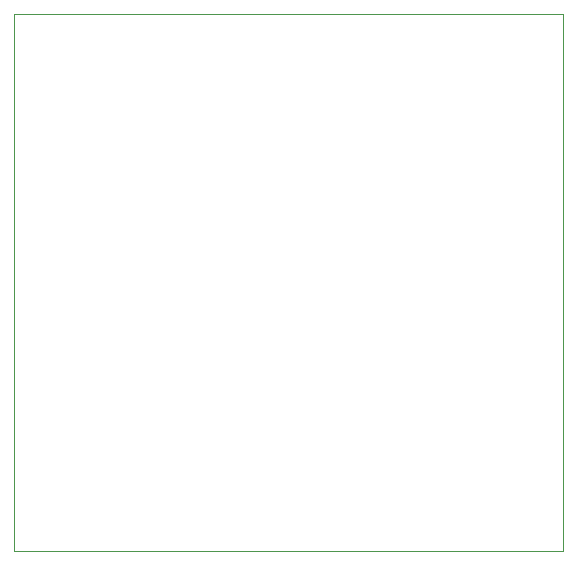
<source format=gm1>
%TF.GenerationSoftware,KiCad,Pcbnew,5.1.10*%
%TF.CreationDate,2021-10-22T01:18:59+03:00*%
%TF.ProjectId,breakouts,62726561-6b6f-4757-9473-2e6b69636164,rev?*%
%TF.SameCoordinates,Original*%
%TF.FileFunction,Profile,NP*%
%FSLAX46Y46*%
G04 Gerber Fmt 4.6, Leading zero omitted, Abs format (unit mm)*
G04 Created by KiCad (PCBNEW 5.1.10) date 2021-10-22 01:18:59*
%MOMM*%
%LPD*%
G01*
G04 APERTURE LIST*
%TA.AperFunction,Profile*%
%ADD10C,0.050000*%
%TD*%
G04 APERTURE END LIST*
D10*
X36500000Y-44500000D02*
X83000000Y-44500000D01*
X36500000Y-90000000D02*
X36500000Y-44500000D01*
X83000000Y-90000000D02*
X36500000Y-90000000D01*
X83000000Y-44500000D02*
X83000000Y-90000000D01*
M02*

</source>
